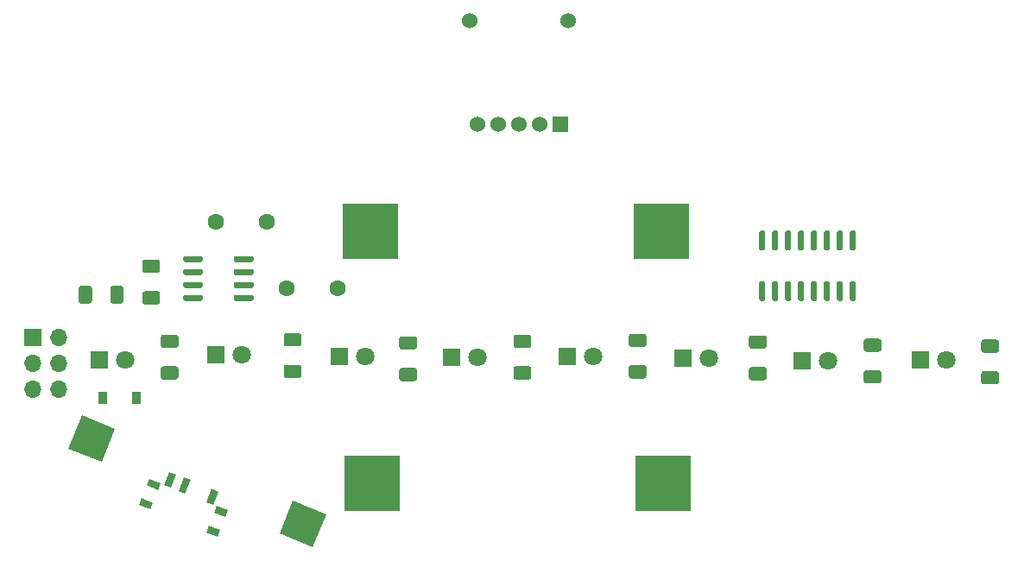
<source format=gbr>
%TF.GenerationSoftware,KiCad,Pcbnew,5.1.10-88a1d61d58~88~ubuntu20.04.1*%
%TF.CreationDate,2021-09-19T12:56:21-04:00*%
%TF.ProjectId,Spaceship-Badge-555,53706163-6573-4686-9970-2d4261646765,rev?*%
%TF.SameCoordinates,Original*%
%TF.FileFunction,Soldermask,Bot*%
%TF.FilePolarity,Negative*%
%FSLAX46Y46*%
G04 Gerber Fmt 4.6, Leading zero omitted, Abs format (unit mm)*
G04 Created by KiCad (PCBNEW 5.1.10-88a1d61d58~88~ubuntu20.04.1) date 2021-09-19 12:56:21*
%MOMM*%
%LPD*%
G01*
G04 APERTURE LIST*
%ADD10C,0.100000*%
%ADD11R,0.900000X1.200000*%
%ADD12C,1.524000*%
%ADD13R,1.524000X1.524000*%
%ADD14R,1.700000X1.700000*%
%ADD15O,1.700000X1.700000*%
%ADD16C,1.800000*%
%ADD17R,1.800000X1.800000*%
%ADD18C,1.600000*%
%ADD19R,5.500000X5.500000*%
G04 APERTURE END LIST*
D10*
%TO.C,SW2*%
G36*
X156942979Y-109636244D02*
G01*
X155631856Y-112881387D01*
X152386713Y-111570264D01*
X153697836Y-108325121D01*
X156942979Y-109636244D01*
G37*
G36*
X177667392Y-118009450D02*
G01*
X176356269Y-121254593D01*
X173111126Y-119943470D01*
X174422249Y-116698327D01*
X177667392Y-118009450D01*
G37*
%TD*%
D11*
%TO.C,D1*%
X159053800Y-106624120D03*
X155753800Y-106624120D03*
%TD*%
D12*
%TO.C,RV1*%
X196524880Y-79786480D03*
X194492880Y-79786480D03*
X192460880Y-79786480D03*
X198556880Y-79786480D03*
D13*
X200588880Y-79786480D03*
D12*
X201350880Y-69626480D03*
X191698880Y-69626480D03*
%TD*%
D10*
%TO.C,SW1*%
G36*
X162937757Y-114118014D02*
G01*
X162413308Y-115416071D01*
X161764279Y-115153846D01*
X162288728Y-113855789D01*
X162937757Y-114118014D01*
G37*
G36*
X164351712Y-114689289D02*
G01*
X163827263Y-115987346D01*
X163178234Y-115725121D01*
X163702683Y-114427064D01*
X164351712Y-114689289D01*
G37*
G36*
X167110084Y-115803744D02*
G01*
X166585635Y-117101801D01*
X165936606Y-116839576D01*
X166461055Y-115541519D01*
X167110084Y-115803744D01*
G37*
G36*
X161449186Y-114983399D02*
G01*
X161186961Y-115632427D01*
X160074340Y-115182899D01*
X160336565Y-114533871D01*
X161449186Y-114983399D01*
G37*
G36*
X160666258Y-116921214D02*
G01*
X160404033Y-117570242D01*
X159291412Y-117120714D01*
X159553637Y-116471686D01*
X160666258Y-116921214D01*
G37*
G36*
X167260390Y-119585416D02*
G01*
X166998165Y-120234444D01*
X165885544Y-119784916D01*
X166147769Y-119135888D01*
X167260390Y-119585416D01*
G37*
G36*
X168043318Y-117647602D02*
G01*
X167781093Y-118296630D01*
X166668472Y-117847102D01*
X166930697Y-117198074D01*
X168043318Y-117647602D01*
G37*
%TD*%
%TO.C,U2*%
G36*
G01*
X220271000Y-90199800D02*
X220571000Y-90199800D01*
G75*
G02*
X220721000Y-90349800I0J-150000D01*
G01*
X220721000Y-91999800D01*
G75*
G02*
X220571000Y-92149800I-150000J0D01*
G01*
X220271000Y-92149800D01*
G75*
G02*
X220121000Y-91999800I0J150000D01*
G01*
X220121000Y-90349800D01*
G75*
G02*
X220271000Y-90199800I150000J0D01*
G01*
G37*
G36*
G01*
X221541000Y-90199800D02*
X221841000Y-90199800D01*
G75*
G02*
X221991000Y-90349800I0J-150000D01*
G01*
X221991000Y-91999800D01*
G75*
G02*
X221841000Y-92149800I-150000J0D01*
G01*
X221541000Y-92149800D01*
G75*
G02*
X221391000Y-91999800I0J150000D01*
G01*
X221391000Y-90349800D01*
G75*
G02*
X221541000Y-90199800I150000J0D01*
G01*
G37*
G36*
G01*
X222811000Y-90199800D02*
X223111000Y-90199800D01*
G75*
G02*
X223261000Y-90349800I0J-150000D01*
G01*
X223261000Y-91999800D01*
G75*
G02*
X223111000Y-92149800I-150000J0D01*
G01*
X222811000Y-92149800D01*
G75*
G02*
X222661000Y-91999800I0J150000D01*
G01*
X222661000Y-90349800D01*
G75*
G02*
X222811000Y-90199800I150000J0D01*
G01*
G37*
G36*
G01*
X224081000Y-90199800D02*
X224381000Y-90199800D01*
G75*
G02*
X224531000Y-90349800I0J-150000D01*
G01*
X224531000Y-91999800D01*
G75*
G02*
X224381000Y-92149800I-150000J0D01*
G01*
X224081000Y-92149800D01*
G75*
G02*
X223931000Y-91999800I0J150000D01*
G01*
X223931000Y-90349800D01*
G75*
G02*
X224081000Y-90199800I150000J0D01*
G01*
G37*
G36*
G01*
X225351000Y-90199800D02*
X225651000Y-90199800D01*
G75*
G02*
X225801000Y-90349800I0J-150000D01*
G01*
X225801000Y-91999800D01*
G75*
G02*
X225651000Y-92149800I-150000J0D01*
G01*
X225351000Y-92149800D01*
G75*
G02*
X225201000Y-91999800I0J150000D01*
G01*
X225201000Y-90349800D01*
G75*
G02*
X225351000Y-90199800I150000J0D01*
G01*
G37*
G36*
G01*
X226621000Y-90199800D02*
X226921000Y-90199800D01*
G75*
G02*
X227071000Y-90349800I0J-150000D01*
G01*
X227071000Y-91999800D01*
G75*
G02*
X226921000Y-92149800I-150000J0D01*
G01*
X226621000Y-92149800D01*
G75*
G02*
X226471000Y-91999800I0J150000D01*
G01*
X226471000Y-90349800D01*
G75*
G02*
X226621000Y-90199800I150000J0D01*
G01*
G37*
G36*
G01*
X227891000Y-90199800D02*
X228191000Y-90199800D01*
G75*
G02*
X228341000Y-90349800I0J-150000D01*
G01*
X228341000Y-91999800D01*
G75*
G02*
X228191000Y-92149800I-150000J0D01*
G01*
X227891000Y-92149800D01*
G75*
G02*
X227741000Y-91999800I0J150000D01*
G01*
X227741000Y-90349800D01*
G75*
G02*
X227891000Y-90199800I150000J0D01*
G01*
G37*
G36*
G01*
X229161000Y-90199800D02*
X229461000Y-90199800D01*
G75*
G02*
X229611000Y-90349800I0J-150000D01*
G01*
X229611000Y-91999800D01*
G75*
G02*
X229461000Y-92149800I-150000J0D01*
G01*
X229161000Y-92149800D01*
G75*
G02*
X229011000Y-91999800I0J150000D01*
G01*
X229011000Y-90349800D01*
G75*
G02*
X229161000Y-90199800I150000J0D01*
G01*
G37*
G36*
G01*
X229161000Y-95149800D02*
X229461000Y-95149800D01*
G75*
G02*
X229611000Y-95299800I0J-150000D01*
G01*
X229611000Y-96949800D01*
G75*
G02*
X229461000Y-97099800I-150000J0D01*
G01*
X229161000Y-97099800D01*
G75*
G02*
X229011000Y-96949800I0J150000D01*
G01*
X229011000Y-95299800D01*
G75*
G02*
X229161000Y-95149800I150000J0D01*
G01*
G37*
G36*
G01*
X227891000Y-95149800D02*
X228191000Y-95149800D01*
G75*
G02*
X228341000Y-95299800I0J-150000D01*
G01*
X228341000Y-96949800D01*
G75*
G02*
X228191000Y-97099800I-150000J0D01*
G01*
X227891000Y-97099800D01*
G75*
G02*
X227741000Y-96949800I0J150000D01*
G01*
X227741000Y-95299800D01*
G75*
G02*
X227891000Y-95149800I150000J0D01*
G01*
G37*
G36*
G01*
X226621000Y-95149800D02*
X226921000Y-95149800D01*
G75*
G02*
X227071000Y-95299800I0J-150000D01*
G01*
X227071000Y-96949800D01*
G75*
G02*
X226921000Y-97099800I-150000J0D01*
G01*
X226621000Y-97099800D01*
G75*
G02*
X226471000Y-96949800I0J150000D01*
G01*
X226471000Y-95299800D01*
G75*
G02*
X226621000Y-95149800I150000J0D01*
G01*
G37*
G36*
G01*
X225351000Y-95149800D02*
X225651000Y-95149800D01*
G75*
G02*
X225801000Y-95299800I0J-150000D01*
G01*
X225801000Y-96949800D01*
G75*
G02*
X225651000Y-97099800I-150000J0D01*
G01*
X225351000Y-97099800D01*
G75*
G02*
X225201000Y-96949800I0J150000D01*
G01*
X225201000Y-95299800D01*
G75*
G02*
X225351000Y-95149800I150000J0D01*
G01*
G37*
G36*
G01*
X224081000Y-95149800D02*
X224381000Y-95149800D01*
G75*
G02*
X224531000Y-95299800I0J-150000D01*
G01*
X224531000Y-96949800D01*
G75*
G02*
X224381000Y-97099800I-150000J0D01*
G01*
X224081000Y-97099800D01*
G75*
G02*
X223931000Y-96949800I0J150000D01*
G01*
X223931000Y-95299800D01*
G75*
G02*
X224081000Y-95149800I150000J0D01*
G01*
G37*
G36*
G01*
X222811000Y-95149800D02*
X223111000Y-95149800D01*
G75*
G02*
X223261000Y-95299800I0J-150000D01*
G01*
X223261000Y-96949800D01*
G75*
G02*
X223111000Y-97099800I-150000J0D01*
G01*
X222811000Y-97099800D01*
G75*
G02*
X222661000Y-96949800I0J150000D01*
G01*
X222661000Y-95299800D01*
G75*
G02*
X222811000Y-95149800I150000J0D01*
G01*
G37*
G36*
G01*
X221541000Y-95149800D02*
X221841000Y-95149800D01*
G75*
G02*
X221991000Y-95299800I0J-150000D01*
G01*
X221991000Y-96949800D01*
G75*
G02*
X221841000Y-97099800I-150000J0D01*
G01*
X221541000Y-97099800D01*
G75*
G02*
X221391000Y-96949800I0J150000D01*
G01*
X221391000Y-95299800D01*
G75*
G02*
X221541000Y-95149800I150000J0D01*
G01*
G37*
G36*
G01*
X220271000Y-95149800D02*
X220571000Y-95149800D01*
G75*
G02*
X220721000Y-95299800I0J-150000D01*
G01*
X220721000Y-96949800D01*
G75*
G02*
X220571000Y-97099800I-150000J0D01*
G01*
X220271000Y-97099800D01*
G75*
G02*
X220121000Y-96949800I0J150000D01*
G01*
X220121000Y-95299800D01*
G75*
G02*
X220271000Y-95149800I150000J0D01*
G01*
G37*
%TD*%
%TO.C,U1*%
G36*
G01*
X168581000Y-96949400D02*
X168581000Y-96649400D01*
G75*
G02*
X168731000Y-96499400I150000J0D01*
G01*
X170381000Y-96499400D01*
G75*
G02*
X170531000Y-96649400I0J-150000D01*
G01*
X170531000Y-96949400D01*
G75*
G02*
X170381000Y-97099400I-150000J0D01*
G01*
X168731000Y-97099400D01*
G75*
G02*
X168581000Y-96949400I0J150000D01*
G01*
G37*
G36*
G01*
X168581000Y-95679400D02*
X168581000Y-95379400D01*
G75*
G02*
X168731000Y-95229400I150000J0D01*
G01*
X170381000Y-95229400D01*
G75*
G02*
X170531000Y-95379400I0J-150000D01*
G01*
X170531000Y-95679400D01*
G75*
G02*
X170381000Y-95829400I-150000J0D01*
G01*
X168731000Y-95829400D01*
G75*
G02*
X168581000Y-95679400I0J150000D01*
G01*
G37*
G36*
G01*
X168581000Y-94409400D02*
X168581000Y-94109400D01*
G75*
G02*
X168731000Y-93959400I150000J0D01*
G01*
X170381000Y-93959400D01*
G75*
G02*
X170531000Y-94109400I0J-150000D01*
G01*
X170531000Y-94409400D01*
G75*
G02*
X170381000Y-94559400I-150000J0D01*
G01*
X168731000Y-94559400D01*
G75*
G02*
X168581000Y-94409400I0J150000D01*
G01*
G37*
G36*
G01*
X168581000Y-93139400D02*
X168581000Y-92839400D01*
G75*
G02*
X168731000Y-92689400I150000J0D01*
G01*
X170381000Y-92689400D01*
G75*
G02*
X170531000Y-92839400I0J-150000D01*
G01*
X170531000Y-93139400D01*
G75*
G02*
X170381000Y-93289400I-150000J0D01*
G01*
X168731000Y-93289400D01*
G75*
G02*
X168581000Y-93139400I0J150000D01*
G01*
G37*
G36*
G01*
X163631000Y-93139400D02*
X163631000Y-92839400D01*
G75*
G02*
X163781000Y-92689400I150000J0D01*
G01*
X165431000Y-92689400D01*
G75*
G02*
X165581000Y-92839400I0J-150000D01*
G01*
X165581000Y-93139400D01*
G75*
G02*
X165431000Y-93289400I-150000J0D01*
G01*
X163781000Y-93289400D01*
G75*
G02*
X163631000Y-93139400I0J150000D01*
G01*
G37*
G36*
G01*
X163631000Y-94409400D02*
X163631000Y-94109400D01*
G75*
G02*
X163781000Y-93959400I150000J0D01*
G01*
X165431000Y-93959400D01*
G75*
G02*
X165581000Y-94109400I0J-150000D01*
G01*
X165581000Y-94409400D01*
G75*
G02*
X165431000Y-94559400I-150000J0D01*
G01*
X163781000Y-94559400D01*
G75*
G02*
X163631000Y-94409400I0J150000D01*
G01*
G37*
G36*
G01*
X163631000Y-95679400D02*
X163631000Y-95379400D01*
G75*
G02*
X163781000Y-95229400I150000J0D01*
G01*
X165431000Y-95229400D01*
G75*
G02*
X165581000Y-95379400I0J-150000D01*
G01*
X165581000Y-95679400D01*
G75*
G02*
X165431000Y-95829400I-150000J0D01*
G01*
X163781000Y-95829400D01*
G75*
G02*
X163631000Y-95679400I0J150000D01*
G01*
G37*
G36*
G01*
X163631000Y-96949400D02*
X163631000Y-96649400D01*
G75*
G02*
X163781000Y-96499400I150000J0D01*
G01*
X165431000Y-96499400D01*
G75*
G02*
X165581000Y-96649400I0J-150000D01*
G01*
X165581000Y-96949400D01*
G75*
G02*
X165431000Y-97099400I-150000J0D01*
G01*
X163781000Y-97099400D01*
G75*
G02*
X163631000Y-96949400I0J150000D01*
G01*
G37*
%TD*%
%TO.C,R12*%
G36*
G01*
X243398001Y-102199000D02*
X242147999Y-102199000D01*
G75*
G02*
X241898000Y-101949001I0J249999D01*
G01*
X241898000Y-101148999D01*
G75*
G02*
X242147999Y-100899000I249999J0D01*
G01*
X243398001Y-100899000D01*
G75*
G02*
X243648000Y-101148999I0J-249999D01*
G01*
X243648000Y-101949001D01*
G75*
G02*
X243398001Y-102199000I-249999J0D01*
G01*
G37*
G36*
G01*
X243398001Y-105299000D02*
X242147999Y-105299000D01*
G75*
G02*
X241898000Y-105049001I0J249999D01*
G01*
X241898000Y-104248999D01*
G75*
G02*
X242147999Y-103999000I249999J0D01*
G01*
X243398001Y-103999000D01*
G75*
G02*
X243648000Y-104248999I0J-249999D01*
G01*
X243648000Y-105049001D01*
G75*
G02*
X243398001Y-105299000I-249999J0D01*
G01*
G37*
%TD*%
%TO.C,R11*%
G36*
G01*
X231867001Y-102097000D02*
X230616999Y-102097000D01*
G75*
G02*
X230367000Y-101847001I0J249999D01*
G01*
X230367000Y-101046999D01*
G75*
G02*
X230616999Y-100797000I249999J0D01*
G01*
X231867001Y-100797000D01*
G75*
G02*
X232117000Y-101046999I0J-249999D01*
G01*
X232117000Y-101847001D01*
G75*
G02*
X231867001Y-102097000I-249999J0D01*
G01*
G37*
G36*
G01*
X231867001Y-105197000D02*
X230616999Y-105197000D01*
G75*
G02*
X230367000Y-104947001I0J249999D01*
G01*
X230367000Y-104146999D01*
G75*
G02*
X230616999Y-103897000I249999J0D01*
G01*
X231867001Y-103897000D01*
G75*
G02*
X232117000Y-104146999I0J-249999D01*
G01*
X232117000Y-104947001D01*
G75*
G02*
X231867001Y-105197000I-249999J0D01*
G01*
G37*
%TD*%
%TO.C,R10*%
G36*
G01*
X220614001Y-101792000D02*
X219363999Y-101792000D01*
G75*
G02*
X219114000Y-101542001I0J249999D01*
G01*
X219114000Y-100741999D01*
G75*
G02*
X219363999Y-100492000I249999J0D01*
G01*
X220614001Y-100492000D01*
G75*
G02*
X220864000Y-100741999I0J-249999D01*
G01*
X220864000Y-101542001D01*
G75*
G02*
X220614001Y-101792000I-249999J0D01*
G01*
G37*
G36*
G01*
X220614001Y-104892000D02*
X219363999Y-104892000D01*
G75*
G02*
X219114000Y-104642001I0J249999D01*
G01*
X219114000Y-103841999D01*
G75*
G02*
X219363999Y-103592000I249999J0D01*
G01*
X220614001Y-103592000D01*
G75*
G02*
X220864000Y-103841999I0J-249999D01*
G01*
X220864000Y-104642001D01*
G75*
G02*
X220614001Y-104892000I-249999J0D01*
G01*
G37*
%TD*%
%TO.C,R9*%
G36*
G01*
X208829001Y-101614000D02*
X207578999Y-101614000D01*
G75*
G02*
X207329000Y-101364001I0J249999D01*
G01*
X207329000Y-100563999D01*
G75*
G02*
X207578999Y-100314000I249999J0D01*
G01*
X208829001Y-100314000D01*
G75*
G02*
X209079000Y-100563999I0J-249999D01*
G01*
X209079000Y-101364001D01*
G75*
G02*
X208829001Y-101614000I-249999J0D01*
G01*
G37*
G36*
G01*
X208829001Y-104714000D02*
X207578999Y-104714000D01*
G75*
G02*
X207329000Y-104464001I0J249999D01*
G01*
X207329000Y-103663999D01*
G75*
G02*
X207578999Y-103414000I249999J0D01*
G01*
X208829001Y-103414000D01*
G75*
G02*
X209079000Y-103663999I0J-249999D01*
G01*
X209079000Y-104464001D01*
G75*
G02*
X208829001Y-104714000I-249999J0D01*
G01*
G37*
%TD*%
%TO.C,R8*%
G36*
G01*
X197526001Y-101716000D02*
X196275999Y-101716000D01*
G75*
G02*
X196026000Y-101466001I0J249999D01*
G01*
X196026000Y-100665999D01*
G75*
G02*
X196275999Y-100416000I249999J0D01*
G01*
X197526001Y-100416000D01*
G75*
G02*
X197776000Y-100665999I0J-249999D01*
G01*
X197776000Y-101466001D01*
G75*
G02*
X197526001Y-101716000I-249999J0D01*
G01*
G37*
G36*
G01*
X197526001Y-104816000D02*
X196275999Y-104816000D01*
G75*
G02*
X196026000Y-104566001I0J249999D01*
G01*
X196026000Y-103765999D01*
G75*
G02*
X196275999Y-103516000I249999J0D01*
G01*
X197526001Y-103516000D01*
G75*
G02*
X197776000Y-103765999I0J-249999D01*
G01*
X197776000Y-104566001D01*
G75*
G02*
X197526001Y-104816000I-249999J0D01*
G01*
G37*
%TD*%
%TO.C,R7*%
G36*
G01*
X186324001Y-101868000D02*
X185073999Y-101868000D01*
G75*
G02*
X184824000Y-101618001I0J249999D01*
G01*
X184824000Y-100817999D01*
G75*
G02*
X185073999Y-100568000I249999J0D01*
G01*
X186324001Y-100568000D01*
G75*
G02*
X186574000Y-100817999I0J-249999D01*
G01*
X186574000Y-101618001D01*
G75*
G02*
X186324001Y-101868000I-249999J0D01*
G01*
G37*
G36*
G01*
X186324001Y-104968000D02*
X185073999Y-104968000D01*
G75*
G02*
X184824000Y-104718001I0J249999D01*
G01*
X184824000Y-103917999D01*
G75*
G02*
X185073999Y-103668000I249999J0D01*
G01*
X186324001Y-103668000D01*
G75*
G02*
X186574000Y-103917999I0J-249999D01*
G01*
X186574000Y-104718001D01*
G75*
G02*
X186324001Y-104968000I-249999J0D01*
G01*
G37*
%TD*%
%TO.C,R6*%
G36*
G01*
X174996001Y-101564000D02*
X173745999Y-101564000D01*
G75*
G02*
X173496000Y-101314001I0J249999D01*
G01*
X173496000Y-100513999D01*
G75*
G02*
X173745999Y-100264000I249999J0D01*
G01*
X174996001Y-100264000D01*
G75*
G02*
X175246000Y-100513999I0J-249999D01*
G01*
X175246000Y-101314001D01*
G75*
G02*
X174996001Y-101564000I-249999J0D01*
G01*
G37*
G36*
G01*
X174996001Y-104664000D02*
X173745999Y-104664000D01*
G75*
G02*
X173496000Y-104414001I0J249999D01*
G01*
X173496000Y-103613999D01*
G75*
G02*
X173745999Y-103364000I249999J0D01*
G01*
X174996001Y-103364000D01*
G75*
G02*
X175246000Y-103613999I0J-249999D01*
G01*
X175246000Y-104414001D01*
G75*
G02*
X174996001Y-104664000I-249999J0D01*
G01*
G37*
%TD*%
%TO.C,R5*%
G36*
G01*
X162930001Y-101716000D02*
X161679999Y-101716000D01*
G75*
G02*
X161430000Y-101466001I0J249999D01*
G01*
X161430000Y-100665999D01*
G75*
G02*
X161679999Y-100416000I249999J0D01*
G01*
X162930001Y-100416000D01*
G75*
G02*
X163180000Y-100665999I0J-249999D01*
G01*
X163180000Y-101466001D01*
G75*
G02*
X162930001Y-101716000I-249999J0D01*
G01*
G37*
G36*
G01*
X162930001Y-104816000D02*
X161679999Y-104816000D01*
G75*
G02*
X161430000Y-104566001I0J249999D01*
G01*
X161430000Y-103765999D01*
G75*
G02*
X161679999Y-103516000I249999J0D01*
G01*
X162930001Y-103516000D01*
G75*
G02*
X163180000Y-103765999I0J-249999D01*
G01*
X163180000Y-104566001D01*
G75*
G02*
X162930001Y-104816000I-249999J0D01*
G01*
G37*
%TD*%
%TO.C,R2*%
G36*
G01*
X159877999Y-96150600D02*
X161128001Y-96150600D01*
G75*
G02*
X161378000Y-96400599I0J-249999D01*
G01*
X161378000Y-97200601D01*
G75*
G02*
X161128001Y-97450600I-249999J0D01*
G01*
X159877999Y-97450600D01*
G75*
G02*
X159628000Y-97200601I0J249999D01*
G01*
X159628000Y-96400599D01*
G75*
G02*
X159877999Y-96150600I249999J0D01*
G01*
G37*
G36*
G01*
X159877999Y-93050600D02*
X161128001Y-93050600D01*
G75*
G02*
X161378000Y-93300599I0J-249999D01*
G01*
X161378000Y-94100601D01*
G75*
G02*
X161128001Y-94350600I-249999J0D01*
G01*
X159877999Y-94350600D01*
G75*
G02*
X159628000Y-94100601I0J249999D01*
G01*
X159628000Y-93300599D01*
G75*
G02*
X159877999Y-93050600I249999J0D01*
G01*
G37*
%TD*%
%TO.C,R1*%
G36*
G01*
X154700000Y-95869599D02*
X154700000Y-97119601D01*
G75*
G02*
X154450001Y-97369600I-249999J0D01*
G01*
X153649999Y-97369600D01*
G75*
G02*
X153400000Y-97119601I0J249999D01*
G01*
X153400000Y-95869599D01*
G75*
G02*
X153649999Y-95619600I249999J0D01*
G01*
X154450001Y-95619600D01*
G75*
G02*
X154700000Y-95869599I0J-249999D01*
G01*
G37*
G36*
G01*
X157800000Y-95869599D02*
X157800000Y-97119601D01*
G75*
G02*
X157550001Y-97369600I-249999J0D01*
G01*
X156749999Y-97369600D01*
G75*
G02*
X156500000Y-97119601I0J249999D01*
G01*
X156500000Y-95869599D01*
G75*
G02*
X156749999Y-95619600I249999J0D01*
G01*
X157550001Y-95619600D01*
G75*
G02*
X157800000Y-95869599I0J-249999D01*
G01*
G37*
%TD*%
D14*
%TO.C,J1*%
X148920000Y-100660000D03*
D15*
X151460000Y-100660000D03*
X148920000Y-103200000D03*
X151460000Y-103200000D03*
X148920000Y-105740000D03*
X151460000Y-105740000D03*
%TD*%
D16*
%TO.C,D11*%
X238506000Y-102870000D03*
D17*
X235966000Y-102870000D03*
%TD*%
D16*
%TO.C,D10*%
X226847000Y-102997000D03*
D17*
X224307000Y-102997000D03*
%TD*%
D16*
%TO.C,D9*%
X215163000Y-102718000D03*
D17*
X212623000Y-102718000D03*
%TD*%
D16*
%TO.C,D8*%
X203886000Y-102565000D03*
D17*
X201346000Y-102565000D03*
%TD*%
D16*
%TO.C,D7*%
X192481000Y-102616000D03*
D17*
X189941000Y-102616000D03*
%TD*%
D16*
%TO.C,D6*%
X181483000Y-102591000D03*
D17*
X178943000Y-102591000D03*
%TD*%
D16*
%TO.C,D5*%
X169418000Y-102413000D03*
D17*
X166878000Y-102413000D03*
%TD*%
D16*
%TO.C,D4*%
X157937000Y-102921000D03*
D17*
X155397000Y-102921000D03*
%TD*%
D18*
%TO.C,C2*%
X178787000Y-95859600D03*
X173787000Y-95859600D03*
%TD*%
%TO.C,C1*%
X171827000Y-89357200D03*
X166827000Y-89357200D03*
%TD*%
D19*
%TO.C,BT2*%
X210541200Y-90286840D03*
X182041200Y-90286840D03*
%TD*%
%TO.C,BT1*%
X210694000Y-114960000D03*
X182194000Y-114960000D03*
%TD*%
M02*

</source>
